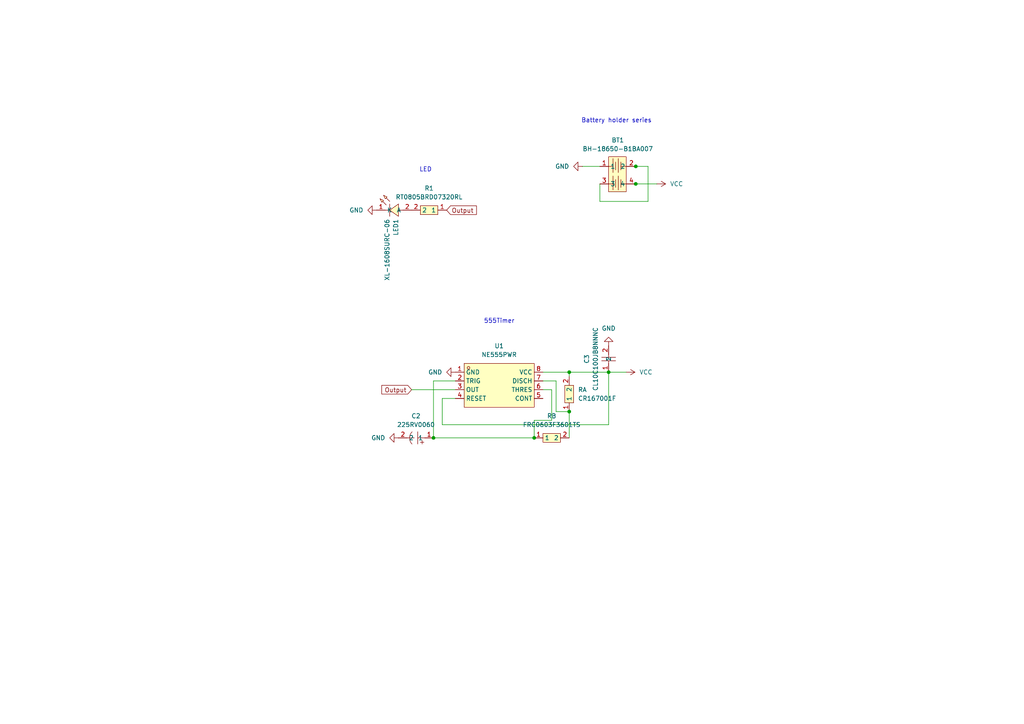
<source format=kicad_sch>
(kicad_sch (version 20250114) (generator "eeschema") (generator_version "9.0")
  (paper "A4")
  (lib_symbols
    (symbol "easyeda2kicad:225RV0060"
      (property "Reference" "C" (at 0 5.08 0))
      (property "Value" "225RV0060" (at 0 -5.08 0))
      (symbol "225RV0060_0_1"
        (polyline (pts (xy -2.54 0) (xy -0.51 0)))
        (polyline (pts (xy -2.29 1.27) (xy -1.27 1.27)))
        (polyline (pts (xy -1.78 1.78) (xy -1.78 0.76)))
        (arc (start 1.15 1.79) (mid 1.8578 0.0159) (end 1.13 -1.75))
        (polyline (pts (xy -0.51 1.78) (xy -0.51 -1.78)))
        (polyline (pts (xy 0.51 0) (xy 2.54 0)))
        (pin input line (at -5.08 0 0) (length 2.54) (name "1") (number "1"))
        (pin input line (at 5.08 0 180) (length 2.54) (name "2") (number "2"))
      )
    )
    (symbol "easyeda2kicad:BH-18650-B1BA007"
      (property "Reference" "BT" (at 0 7.62 0))
      (property "Value" "BH-18650-B1BA007" (at 0 -7.62 0))
      (symbol "BH-18650-B1BA007_0_1"
        (polyline (pts (xy -2.54 2.54) (xy -1.27 2.54)))
        (polyline (pts (xy -2.54 -2.54) (xy -1.27 -2.54)))
        (polyline (pts (xy -2.54 -3.56) (xy -2.54 5.33) (xy 2.54 5.33) (xy 2.54 -3.56) (xy 2.54 -4.83) (xy -2.54 -4.83) (xy -2.54 -3.56) (xy -2.54 -3.56)) (fill (type background)))
        (polyline (pts (xy -1.27 4.83) (xy -1.27 0.76)))
        (polyline (pts (xy -1.27 -0.25) (xy -1.27 -4.32)))
        (polyline (pts (xy -0.51 3.81) (xy -0.51 1.52)))
        (polyline (pts (xy -0.51 -1.27) (xy -0.51 -3.56)))
        (polyline (pts (xy 0.25 4.83) (xy 0.25 0.76)))
        (polyline (pts (xy 0.25 -0.25) (xy 0.25 -4.32)))
        (polyline (pts (xy 1.02 3.81) (xy 1.02 1.52)))
        (polyline (pts (xy 1.02 -1.27) (xy 1.02 -3.56)))
        (polyline (pts (xy 2.79 2.54) (xy 1.02 2.54)))
        (polyline (pts (xy 2.79 -2.54) (xy 1.02 -2.54)))
        (pin input line (at -5.08 2.54 0) (length 2.54) (name "1") (number "1"))
        (pin input line (at -5.08 -2.54 0) (length 2.54) (name "3") (number "3"))
        (pin input line (at 5.33 2.54 180) (length 2.54) (name "2") (number "2"))
        (pin input line (at 5.33 -2.54 180) (length 2.54) (name "4") (number "4"))
      )
    )
    (symbol "easyeda2kicad:CL10C100JB8NNNC"
      (property "Reference" "C" (at 0 5.08 0))
      (property "Value" "CL10C100JB8NNNC" (at 0 -5.08 0))
      (symbol "CL10C100JB8NNNC_0_1"
        (polyline (pts (xy -1.27 0) (xy -0.51 0)))
        (polyline (pts (xy -0.51 2.03) (xy -0.51 -2.03)))
        (polyline (pts (xy 0.51 2.03) (xy 0.51 -2.03)))
        (polyline (pts (xy 0.51 0) (xy 1.27 0)))
        (pin input line (at -3.81 0 0) (length 2.54) (name "1") (number "1"))
        (pin input line (at 3.81 0 180) (length 2.54) (name "2") (number "2"))
      )
    )
    (symbol "easyeda2kicad:CR167001F"
      (property "Reference" "R" (at 0 5.08 0))
      (property "Value" "CR167001F" (at 0 -5.08 0))
      (symbol "CR167001F_0_1"
        (rectangle (start -2.54 1.27) (end 2.54 -1.27) (fill (type background)))
        (pin unspecified line (at -5.08 0 0) (length 2.54) (name "1") (number "1"))
        (pin unspecified line (at 5.08 0 180) (length 2.54) (name "2") (number "2"))
      )
    )
    (symbol "easyeda2kicad:FRC0603F3601TS"
      (property "Reference" "R" (at 0 5.08 0))
      (property "Value" "FRC0603F3601TS" (at 0 -5.08 0))
      (symbol "FRC0603F3601TS_0_1"
        (rectangle (start -2.54 1.27) (end 2.54 -1.27) (fill (type background)))
        (pin unspecified line (at -5.08 0 0) (length 2.54) (name "1") (number "1"))
        (pin unspecified line (at 5.08 0 180) (length 2.54) (name "2") (number "2"))
      )
    )
    (symbol "easyeda2kicad:NE555PWR"
      (property "Reference" "U" (at 0 8.89 0))
      (property "Value" "NE555PWR" (at 0 -8.89 0))
      (symbol "NE555PWR_0_1"
        (rectangle (start -10.16 6.35) (end 10.16 -6.35) (fill (type background)))
        (circle (center -8.89 5.08) (radius 0.38))
        (pin unspecified line (at -12.7 3.81 0) (length 2.54) (name "GND") (number "1"))
        (pin unspecified line (at -12.7 1.27 0) (length 2.54) (name "TRIG") (number "2"))
        (pin unspecified line (at -12.7 -1.27 0) (length 2.54) (name "OUT") (number "3"))
        (pin unspecified line (at -12.7 -3.81 0) (length 2.54) (name "RESET") (number "4"))
        (pin unspecified line (at 12.7 3.81 180) (length 2.54) (name "VCC") (number "8"))
        (pin unspecified line (at 12.7 1.27 180) (length 2.54) (name "DISCH") (number "7"))
        (pin unspecified line (at 12.7 -1.27 180) (length 2.54) (name "THRES") (number "6"))
        (pin unspecified line (at 12.7 -3.81 180) (length 2.54) (name "CONT") (number "5"))
      )
    )
    (symbol "easyeda2kicad:RT0805BRD07320RL"
      (property "Reference" "R" (at 0 5.08 0))
      (property "Value" "RT0805BRD07320RL" (at 0 -5.08 0))
      (symbol "RT0805BRD07320RL_0_1"
        (rectangle (start -2.54 1.27) (end 2.54 -1.27) (fill (type background)))
        (pin unspecified line (at -5.08 0 0) (length 2.54) (name "1") (number "1"))
        (pin unspecified line (at 5.08 0 180) (length 2.54) (name "2") (number "2"))
      )
    )
    (symbol "easyeda2kicad:XL-1608SURC-06"
      (property "Reference" "LED" (at 0 5.08 0))
      (property "Value" "XL-1608SURC-06" (at 0 -5.08 0))
      (symbol "XL-1608SURC-06_0_1"
        (polyline (pts (xy -4.06 3.3) (xy -3.05 2.79) (xy -3.56 2.29) (xy -4.06 3.3)) (fill (type background)))
        (polyline (pts (xy -3.05 4.32) (xy -2.03 3.81) (xy -2.54 3.3) (xy -3.05 4.32)) (fill (type background)))
        (polyline (pts (xy -2.29 1.52) (xy -3.3 2.54) (xy -2.29 1.52)) (fill (type background)))
        (polyline (pts (xy -1.27 2.54) (xy -2.29 3.56) (xy -1.27 2.54)) (fill (type background)))
        (polyline (pts (xy -1.27 1.78) (xy -1.27 -1.78)))
        (polyline (pts (xy -1.27 0) (xy -2.54 0)))
        (polyline (pts (xy 1.27 1.78) (xy -1.27 0) (xy 1.27 -1.78) (xy 1.27 1.78)) (fill (type background)))
        (polyline (pts (xy 2.54 0) (xy 1.27 0)))
        (pin unspecified line (at -5.08 0 0) (length 2.54) (name "K") (number "1"))
        (pin unspecified line (at 5.08 0 180) (length 2.54) (name "A") (number "2"))
      )
    )
    (symbol "power:GND" (power) (pin_numbers (hide yes)) (pin_names (offset 0) (hide yes))
      (property "Value" "GND" (at 0 -3.81 0))
      (symbol "GND_0_1"
        (polyline (pts (xy 0 0) (xy 0 -1.27) (xy 1.27 -1.27) (xy 0 -2.54) (xy -1.27 -1.27) (xy 0 -1.27)))
      )
      (symbol "GND_1_1"
        (pin power_in line (at 0 0 270) (length 0) (name "~") (number "1"))
      )
    )
    (symbol "power:VCC" (power) (pin_numbers (hide yes)) (pin_names (offset 0) (hide yes))
      (property "Value" "VCC" (at 0 3.556 0))
      (symbol "VCC_0_1"
        (polyline (pts (xy -0.762 1.27) (xy 0 2.54)))
        (polyline (pts (xy 0 2.54) (xy 0.762 1.27)))
        (polyline (pts (xy 0 0) (xy 0 2.54)))
      )
      (symbol "VCC_1_1"
        (pin power_in line (at 0 0 90) (length 0) (name "~") (number "1"))
      )
    )
  )
  (text "LED" (at 123.444 49.276 0) (effects (font (size 1.27 1.27))))
  (text "Battery holder series" (at 178.816 35.052 0) (effects (font (size 1.27 1.27))))
  (text "555Timer " (at 145.288 93.218 0) (effects (font (size 1.27 1.27))))
  (junction (at 165.1 107.95))
  (junction (at 176.53 107.95))
  (junction (at 165.1 119.38))
  (junction (at 125.73 127))
  (junction (at 184.4 53.34))
  (junction (at 154.94 127))
  (junction (at 184.4 48.26))
  (wire (pts (xy 184.4 53.34) (xy 190.5 53.34)))
  (wire (pts (xy 187.96 48.26) (xy 187.96 58.42)))
  (wire (pts (xy 187.96 58.42) (xy 173.99 58.42)))
  (wire (pts (xy 154.94 127) (xy 125.73 127)))
  (wire (pts (xy 161.29 110.49) (xy 161.29 119.38)))
  (wire (pts (xy 165.1 107.95) (xy 176.53 107.95)))
  (wire (pts (xy 184.15 48.26) (xy 184.4 48.26)))
  (wire (pts (xy 176.53 123.19) (xy 128.27 123.19)))
  (wire (pts (xy 157.48 107.95) (xy 165.1 107.95)))
  (wire (pts (xy 165.1 119.38) (xy 165.1 127)))
  (wire (pts (xy 176.53 107.95) (xy 176.53 123.19)))
  (wire (pts (xy 160.02 113.03) (xy 160.02 121.92)))
  (wire (pts (xy 154.94 121.92) (xy 154.94 127)))
  (wire (pts (xy 165.1 107.95) (xy 165.1 109.22)))
  (wire (pts (xy 176.53 107.95) (xy 181.61 107.95)))
  (wire (pts (xy 128.27 115.57) (xy 132.08 115.57)))
  (wire (pts (xy 184.4 48.26) (xy 187.96 48.26)))
  (wire (pts (xy 157.48 110.49) (xy 161.29 110.49)))
  (wire (pts (xy 168.91 48.26) (xy 173.99 48.26)))
  (wire (pts (xy 125.73 110.49) (xy 132.08 110.49)))
  (wire (pts (xy 119.38 113.03) (xy 132.08 113.03)))
  (wire (pts (xy 161.29 119.38) (xy 165.1 119.38)))
  (wire (pts (xy 173.99 53.34) (xy 173.99 58.42)))
  (wire (pts (xy 184.15 53.34) (xy 184.4 53.34)))
  (wire (pts (xy 160.02 121.92) (xy 154.94 121.92)))
  (wire (pts (xy 157.48 113.03) (xy 160.02 113.03)))
  (wire (pts (xy 125.73 127) (xy 125.73 110.49)))
  (wire (pts (xy 128.27 123.19) (xy 128.27 115.57)))
  (global_label "Output" (shape input) (at 129.54 60.96 0) (property "Intersheetrefs" "${INTERSHEET_REFS}" (effects (hide yes))))
  (global_label "Output" (shape input) (at 119.38 113.03 180) (property "Intersheetrefs" "${INTERSHEET_REFS}" (effects (hide yes))))
  (symbol (lib_id "easyeda2kicad:XL-1608SURC-06") (at 114.3 60.96 0) (unit 1)
    (property "Reference" "LED1" (at 114.8101 63.5 90) (effects (justify right)))
    (property "Value" "XL-1608SURC-06" (at 112.2701 63.5 90) (effects (justify right)))
    (property "Footprint" "easyeda2kicad:LED0603-RD_RED" (effects (hide yes)))
    (property "LCSC Part" "C965799" (effects (hide yes)))
  )
  (symbol (lib_id "power:VCC") (at 190.5 53.34 270) (unit 1)
    (property "Reference" "#PWR08" (effects (hide yes)))
    (property "Value" "VCC" (at 194.31 53.3399 90) (effects (justify left)))
    (property "Description" "Power symbol creates a global label with name \"VCC\"" (effects (hide yes)))
  )
  (symbol (lib_id "easyeda2kicad:CL10C100JB8NNNC") (at 176.53 104.14 90) (unit 1)
    (property "Reference" "C3" (at 170.18 104.14 0))
    (property "Value" "CL10C100JB8NNNC" (at 172.72 104.14 0))
    (property "Footprint" "easyeda2kicad:C0603" (effects (hide yes)))
    (property "Datasheet" "https://lcsc.com/product-detail/Multilayer-Ceramic-Capacitors-MLCC-SMD-SMT_SAMSUNG_CL10C100JB8NNNC_10pF-100-5-50V_C1634.html" (effects (hide yes)))
    (property "LCSC Part" "C1634" (effects (hide yes)))
  )
  (symbol (lib_id "power:GND") (at 168.91 48.26 270) (unit 1)
    (property "Reference" "#PWR07" (effects (hide yes)))
    (property "Value" "GND" (at 165.1 48.2599 90) (effects (justify right)))
    (property "Description" "Power symbol creates a global label with name \"GND\" , ground" (effects (hide yes)))
  )
  (symbol (lib_id "easyeda2kicad:BH-18650-B1BA007") (at 179.07 50.8 0) (unit 1)
    (property "Reference" "BT1" (at 179.195 40.64 0))
    (property "Value" "BH-18650-B1BA007" (at 179.195 43.18 0))
    (property "Footprint" "easyeda2kicad:BAT-SMD_BH-18650-B1BA007" (effects (hide yes)))
    (property "LCSC Part" "C6937126" (effects (hide yes)))
  )
  (symbol (lib_id "power:VCC") (at 181.61 107.95 270) (unit 1)
    (property "Reference" "#PWR02" (effects (hide yes)))
    (property "Value" "VCC" (at 185.42 107.9499 90) (effects (justify left)))
    (property "Description" "Power symbol creates a global label with name \"VCC\"" (effects (hide yes)))
  )
  (symbol (lib_id "easyeda2kicad:225RV0060") (at 120.65 127 180) (unit 1)
    (property "Reference" "C2" (at 120.65 120.65 0))
    (property "Value" "225RV0060" (at 120.65 123.19 0))
    (property "Footprint" "easyeda2kicad:CAP-SMD_BD4.0-L4.3-W4.3-LS5.0-FD" (effects (hide yes)))
    (property "LCSC Part" "C46682882" (effects (hide yes)))
  )
  (symbol (lib_id "easyeda2kicad:CR167001F") (at 165.1 114.3 90) (unit 1)
    (property "Reference" "RA" (at 167.64 113.0299 90) (effects (justify right)))
    (property "Value" "CR167001F" (at 167.64 115.5699 90) (effects (justify right)))
    (property "Footprint" "easyeda2kicad:R0603" (effects (hide yes)))
    (property "LCSC Part" "C4151218" (effects (hide yes)))
  )
  (symbol (lib_id "easyeda2kicad:RT0805BRD07320RL") (at 124.46 60.96 180) (unit 1)
    (property "Reference" "R1" (at 124.46 54.61 0))
    (property "Value" "RT0805BRD07320RL" (at 124.46 57.15 0))
    (property "Footprint" "easyeda2kicad:R0805" (effects (hide yes)))
    (property "LCSC Part" "C865402" (effects (hide yes)))
  )
  (symbol (lib_id "easyeda2kicad:NE555PWR") (at 144.78 111.76 0) (unit 1)
    (property "Reference" "U1" (at 144.78 100.33 0))
    (property "Value" "NE555PWR" (at 144.78 102.87 0))
    (property "Footprint" "easyeda2kicad:TSSOP-8_L4.4-W3.0-P0.65-LS6.4-BL" (effects (hide yes)))
    (property "Datasheet" "https://lcsc.com/product-detail/Timer_TI_NE555PWR_NE555PWR_C105643.html" (effects (hide yes)))
    (property "LCSC Part" "C105643" (effects (hide yes)))
  )
  (symbol (lib_id "power:GND") (at 109.22 60.96 270) (unit 1)
    (property "Reference" "#PWR05" (effects (hide yes)))
    (property "Value" "GND" (at 105.41 60.9599 90) (effects (justify right)))
    (property "Description" "Power symbol creates a global label with name \"GND\" , ground" (effects (hide yes)))
  )
  (symbol (lib_id "power:GND") (at 176.53 100.33 180) (unit 1)
    (property "Reference" "#PWR03" (effects (hide yes)))
    (property "Value" "GND" (at 176.53 95.25 0))
    (property "Description" "Power symbol creates a global label with name \"GND\" , ground" (effects (hide yes)))
  )
  (symbol (lib_id "power:GND") (at 132.08 107.95 270) (unit 1)
    (property "Reference" "#PWR01" (effects (hide yes)))
    (property "Value" "GND" (at 128.27 107.9499 90) (effects (justify right)))
    (property "Description" "Power symbol creates a global label with name \"GND\" , ground" (effects (hide yes)))
  )
  (symbol (lib_id "easyeda2kicad:FRC0603F3601TS") (at 160.02 127 0) (unit 1)
    (property "Reference" "RB" (at 160.02 120.65 0))
    (property "Value" "FRC0603F3601TS" (at 160.02 123.19 0))
    (property "Footprint" "easyeda2kicad:R0603" (effects (hide yes)))
    (property "LCSC Part" "C2933208" (effects (hide yes)))
  )
  (symbol (lib_id "power:GND") (at 115.57 127 270) (unit 1)
    (property "Reference" "#PWR04" (effects (hide yes)))
    (property "Value" "GND" (at 111.76 126.9999 90) (effects (justify right)))
    (property "Description" "Power symbol creates a global label with name \"GND\" , ground" (effects (hide yes)))
  )
)
</source>
